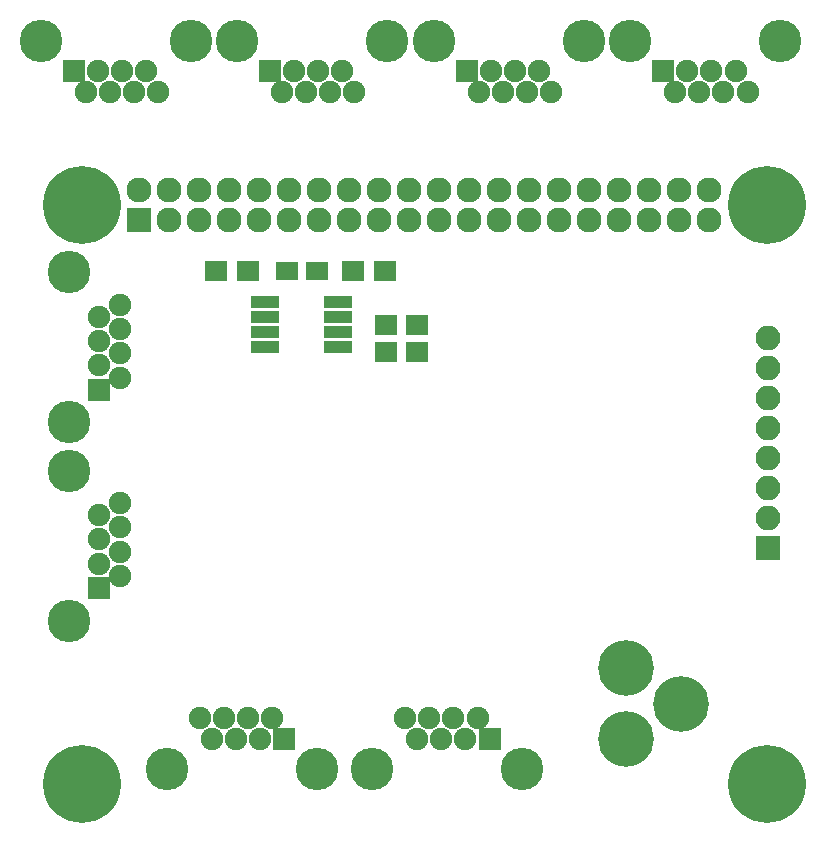
<source format=gts>
G04 #@! TF.FileFunction,Soldermask,Top*
%FSLAX46Y46*%
G04 Gerber Fmt 4.6, Leading zero omitted, Abs format (unit mm)*
G04 Created by KiCad (PCBNEW 4.0.7) date Thursday, May 03, 2018 'PMt' 09:09:37 PM*
%MOMM*%
%LPD*%
G01*
G04 APERTURE LIST*
%ADD10C,0.100000*%
%ADD11R,2.432000X1.060400*%
%ADD12C,4.718000*%
%ADD13R,2.100000X2.100000*%
%ADD14O,2.100000X2.100000*%
%ADD15C,6.600000*%
%ADD16R,2.127200X2.127200*%
%ADD17O,2.127200X2.127200*%
%ADD18R,1.900000X1.650000*%
%ADD19R,1.900000X1.700000*%
%ADD20C,3.600000*%
%ADD21R,1.900000X1.900000*%
%ADD22C,1.900000*%
G04 APERTURE END LIST*
D10*
D11*
X128346200Y-83693000D03*
X128346200Y-84963000D03*
X128346200Y-86233000D03*
X128346200Y-87503000D03*
X134493000Y-87503000D03*
X134493000Y-86233000D03*
X134493000Y-84963000D03*
X134493000Y-83693000D03*
D12*
X158877000Y-120650000D03*
X163576000Y-117650260D03*
X158877000Y-114650520D03*
D13*
X170942000Y-104521000D03*
D14*
X170942000Y-101981000D03*
X170942000Y-99441000D03*
X170942000Y-96901000D03*
X170942000Y-94361000D03*
X170942000Y-91821000D03*
X170942000Y-89281000D03*
X170942000Y-86741000D03*
D15*
X112815000Y-124460000D03*
X170815000Y-124460000D03*
X170815000Y-75460000D03*
D16*
X117685000Y-76730000D03*
D17*
X117685000Y-74190000D03*
X120225000Y-76730000D03*
X120225000Y-74190000D03*
X122765000Y-76730000D03*
X122765000Y-74190000D03*
X125305000Y-76730000D03*
X125305000Y-74190000D03*
X127845000Y-76730000D03*
X127845000Y-74190000D03*
X130385000Y-76730000D03*
X130385000Y-74190000D03*
X132925000Y-76730000D03*
X132925000Y-74190000D03*
X135465000Y-76730000D03*
X135465000Y-74190000D03*
X138005000Y-76730000D03*
X138005000Y-74190000D03*
X140545000Y-76730000D03*
X140545000Y-74190000D03*
X143085000Y-76730000D03*
X143085000Y-74190000D03*
X145625000Y-76730000D03*
X145625000Y-74190000D03*
X148165000Y-76730000D03*
X148165000Y-74190000D03*
X150705000Y-76730000D03*
X150705000Y-74190000D03*
X153245000Y-76730000D03*
X153245000Y-74190000D03*
X155785000Y-76730000D03*
X155785000Y-74190000D03*
X158325000Y-76730000D03*
X158325000Y-74190000D03*
X160865000Y-76730000D03*
X160865000Y-74190000D03*
X163405000Y-76730000D03*
X163405000Y-74190000D03*
X165945000Y-76730000D03*
X165945000Y-74190000D03*
D15*
X112815000Y-75460000D03*
D18*
X132715000Y-81026000D03*
X130215000Y-81026000D03*
D19*
X138463000Y-81026000D03*
X135763000Y-81026000D03*
X126873000Y-81026000D03*
X124173000Y-81026000D03*
X141224000Y-85598000D03*
X138524000Y-85598000D03*
X141224000Y-87884000D03*
X138524000Y-87884000D03*
D20*
X171960000Y-61595000D03*
D21*
X162040000Y-64135000D03*
D22*
X163060000Y-65915000D03*
X164080000Y-64135000D03*
X165100000Y-65915000D03*
X166120000Y-64135000D03*
X167140000Y-65915000D03*
X168160000Y-64135000D03*
X169180000Y-65915000D03*
D20*
X159260000Y-61595000D03*
X155315000Y-61595000D03*
D21*
X145395000Y-64135000D03*
D22*
X146415000Y-65915000D03*
X147435000Y-64135000D03*
X148455000Y-65915000D03*
X149475000Y-64135000D03*
X150495000Y-65915000D03*
X151515000Y-64135000D03*
X152535000Y-65915000D03*
D20*
X142615000Y-61595000D03*
X138678000Y-61593000D03*
D21*
X128758000Y-64133000D03*
D22*
X129778000Y-65913000D03*
X130798000Y-64133000D03*
X131818000Y-65913000D03*
X132838000Y-64133000D03*
X133858000Y-65913000D03*
X134878000Y-64133000D03*
X135898000Y-65913000D03*
D20*
X125978000Y-61593000D03*
X122049000Y-61593000D03*
D21*
X112129000Y-64133000D03*
D22*
X113149000Y-65913000D03*
X114169000Y-64133000D03*
X115189000Y-65913000D03*
X116209000Y-64133000D03*
X117229000Y-65913000D03*
X118249000Y-64133000D03*
X119269000Y-65913000D03*
D20*
X109349000Y-61593000D03*
X111758000Y-81151000D03*
D21*
X114298000Y-91071000D03*
D22*
X116078000Y-90051000D03*
X114298000Y-89031000D03*
X116078000Y-88011000D03*
X114298000Y-86991000D03*
X116078000Y-85971000D03*
X114298000Y-84951000D03*
X116078000Y-83931000D03*
D20*
X111758000Y-93851000D03*
X111758000Y-97923000D03*
D21*
X114298000Y-107843000D03*
D22*
X116078000Y-106823000D03*
X114298000Y-105803000D03*
X116078000Y-104783000D03*
X114298000Y-103763000D03*
X116078000Y-102743000D03*
X114298000Y-101723000D03*
X116078000Y-100703000D03*
D20*
X111758000Y-110623000D03*
X120013000Y-123192000D03*
D21*
X129933000Y-120652000D03*
D22*
X128913000Y-118872000D03*
X127893000Y-120652000D03*
X126873000Y-118872000D03*
X125853000Y-120652000D03*
X124833000Y-118872000D03*
X123813000Y-120652000D03*
X122793000Y-118872000D03*
D20*
X132713000Y-123192000D03*
X137414000Y-123192000D03*
D21*
X147334000Y-120652000D03*
D22*
X146314000Y-118872000D03*
X145294000Y-120652000D03*
X144274000Y-118872000D03*
X143254000Y-120652000D03*
X142234000Y-118872000D03*
X141214000Y-120652000D03*
X140194000Y-118872000D03*
D20*
X150114000Y-123192000D03*
M02*

</source>
